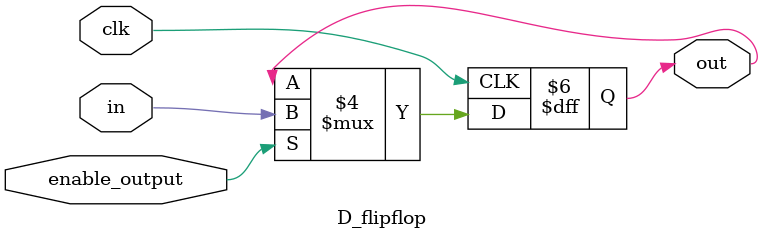
<source format=v>
module D_flipflop (clk,in,out,enable_output);
	input enable_output;
	input in,clk;
	output out;
	reg out;
	
	initial begin
		out<=1'b0;
	end

	
	always@(posedge clk) begin
		if(enable_output==1'b1) begin
			out<=in;
		end
		
	end
	
	
	endmodule
	
	
</source>
